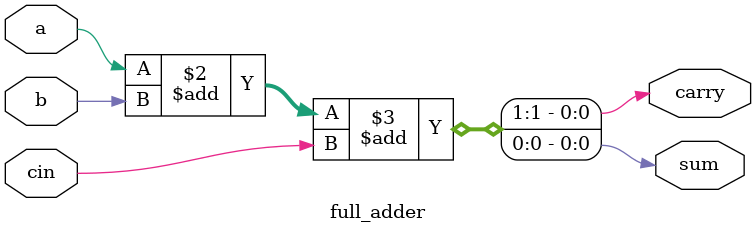
<source format=v>
module full_adder ( 
  input a,
  input b,
  input cin,
  output reg sum,
  output reg carry
);

always @(a,b,cin) 
    {carry,sum} = a + b + cin ;
  endmodule

</source>
